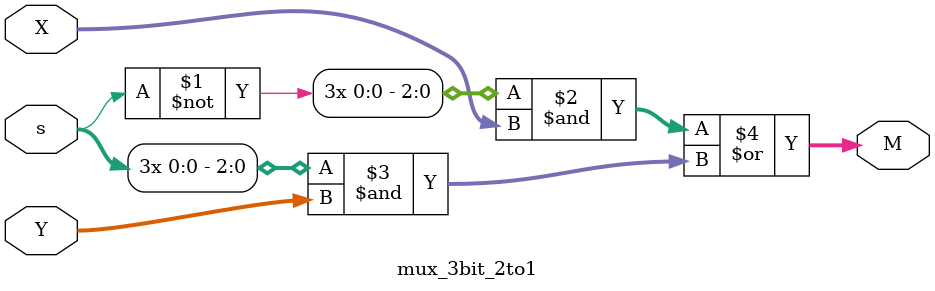
<source format=v>
module part1(SW, KEY, HEX0, HEX1, HEX2, HEX3, HEX4, HEX5, HEX6);

	input [17:0] SW;
	input [2:0] KEY;
	output [6:0] HEX0;
	output [6:0] HEX1;
	output [6:0] HEX2;
	output [6:0] HEX3;
	output [6:0] HEX4;
	output [6:0] HEX5;
	output [6:0] HEX6;
	wire [2:0] out0, out1, out2, out3, out4, out5, out6;
	
	mux_3bit_7to1 U0(SW[5:3], SW[17:15], SW[17:15], SW[2:0], SW[14:12], SW[11:9], SW[8:6], KEY[2:0], out0);
	mux_3bit_7to1 U1(SW[8:6], SW[5:3], SW[17:15], SW[17:15], SW[2:0], SW[14:12], SW[11:9], KEY[2:0], out1);
	mux_3bit_7to1 U2(SW[11:9], SW[8:6], SW[5:3], SW[17:15], SW[17:15], SW[2:0], SW[14:12], KEY[2:0], out2);
	mux_3bit_7to1 U3(SW[14:12], SW[11:9], SW[8:6], SW[5:3], SW[17:15], SW[17:15], SW[2:0], KEY[2:0], out3);
	mux_3bit_7to1 U4(SW[2:0], SW[14:12], SW[11:9], SW[8:6], SW[5:3], SW[17:15], SW[17:15], KEY[2:0], out4);
	mux_3bit_7to1 U5(SW[17:15], SW[2:0], SW[14:12], SW[11:9], SW[8:6], SW[5:3], SW[17:15], KEY[2:0], out5);
	mux_3bit_7to1 U6(SW[17:15], SW[17:15], SW[2:0], SW[14:12], SW[11:9], SW[8:6], SW[5:3], KEY[2:0], out6);
	
	char_7seg V0(out0, HEX0);
	char_7seg V1(out1, HEX1);
	char_7seg V2(out2, HEX2);
	char_7seg V3(out3, HEX3);
	char_7seg V4(out4, HEX4);
	char_7seg V5(out5, HEX5);
	char_7seg V6(out6, HEX6);
	


endmodule


module char_7seg(C, Display);

	input [2:0] C;
	output [6:0] Display;
	
	assign Display[0] = C[2]&~C[1]&C[0]|C[2]&C[1]&~C[0]|C[2]&C[1]&C[0];
	assign Display[1] = ~C[2]&~C[1]&~C[0]|~C[2]&~C[1]&C[0]|C[2]&C[1]&~C[0]|C[2]&C[1]&C[0];
	assign Display[2] = (C[2]|~C[1]|C[0])&(~C[2]|C[1]|C[2])&(~C[2]|C[1]|~C[2]);
	assign Display[3] = C[2]&~C[1]&C[0]|C[2]&C[1]&~C[0]|C[2]&C[1]&C[0];
	assign Display[4] = ~C[2]&C[1]&~C[0]|C[2]&~C[1]&C[0]|C[2]&C[1]&~C[0]|C[2]&C[1]&C[0];
	assign Display[5] = ~C[2]&C[1]&~C[0]|~C[2]&C[1]&C[0]|C[2]&~C[1]&C[0]|C[2]&C[1]&~C[0]|C[2]&C[1]&C[0];
	assign Display[6] = C[2]&~C[1]&~C[0]|C[2]&~C[1]&C[0]|C[2]&C[1]&~C[0]|C[2]&C[1]&C[0];


endmodule

// a 3-bit wide 7-to-1 MUX
module mux_3bit_7to1(T,U,V,W,X,Y,Z,S,M);
   input [2:0] T,U,V,W,X,Y,Z,S;
   output [2:0]     M;

   wire [2:0] 	    N1,N2,N3,N4,N5;
      
   mux_3bit_2to1 m0(T,U,S[0],N1);
   mux_3bit_2to1 m1(V,W,S[0],N2);
   mux_3bit_2to1 m2(X,Y,S[0],N3);
   mux_3bit_2to1 m3(N1,N2,S[1],N4);
   mux_3bit_2to1 m4(N3,Z,S[1],N5);
   mux_3bit_2to1 m5(N4,N5,S[2],M);

endmodule // mux_3bit_7to1


// a 3-bit wide 2-to-1 MUX
module mux_3bit_2to1(X,Y,s,M);
   input [2:0] X,Y;
   input       s;
   
   output [2:0] M;

   assign M = ({3{~s}} & X) | ({3{s}} & Y);

endmodule // mux_3bit_2to1

</source>
